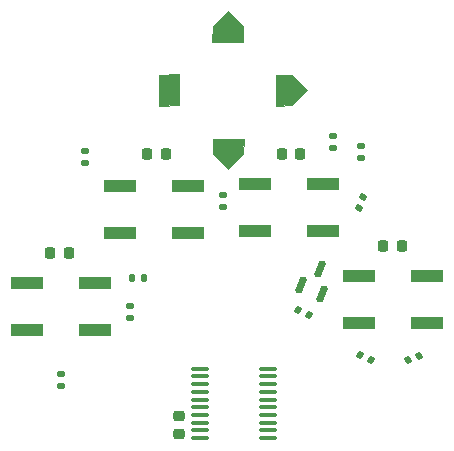
<source format=gtp>
G04 #@! TF.GenerationSoftware,KiCad,Pcbnew,9.0.2*
G04 #@! TF.CreationDate,2025-06-26T14:39:59-07:00*
G04 #@! TF.ProjectId,pawb_sao,70617762-5f73-4616-9f2e-6b696361645f,rev?*
G04 #@! TF.SameCoordinates,Original*
G04 #@! TF.FileFunction,Paste,Top*
G04 #@! TF.FilePolarity,Positive*
%FSLAX46Y46*%
G04 Gerber Fmt 4.6, Leading zero omitted, Abs format (unit mm)*
G04 Created by KiCad (PCBNEW 9.0.2) date 2025-06-26 14:39:59*
%MOMM*%
%LPD*%
G01*
G04 APERTURE LIST*
G04 Aperture macros list*
%AMRoundRect*
0 Rectangle with rounded corners*
0 $1 Rounding radius*
0 $2 $3 $4 $5 $6 $7 $8 $9 X,Y pos of 4 corners*
0 Add a 4 corners polygon primitive as box body*
4,1,4,$2,$3,$4,$5,$6,$7,$8,$9,$2,$3,0*
0 Add four circle primitives for the rounded corners*
1,1,$1+$1,$2,$3*
1,1,$1+$1,$4,$5*
1,1,$1+$1,$6,$7*
1,1,$1+$1,$8,$9*
0 Add four rect primitives between the rounded corners*
20,1,$1+$1,$2,$3,$4,$5,0*
20,1,$1+$1,$4,$5,$6,$7,0*
20,1,$1+$1,$6,$7,$8,$9,0*
20,1,$1+$1,$8,$9,$2,$3,0*%
G04 Aperture macros list end*
%ADD10C,0.010000*%
%ADD11R,2.750000X1.000000*%
%ADD12RoundRect,0.135000X0.185000X-0.135000X0.185000X0.135000X-0.185000X0.135000X-0.185000X-0.135000X0*%
%ADD13RoundRect,0.135000X-0.195520X-0.119255X0.053927X-0.222580X0.195520X0.119255X-0.053927X0.222580X0*%
%ADD14RoundRect,0.218750X-0.218750X-0.256250X0.218750X-0.256250X0.218750X0.256250X-0.218750X0.256250X0*%
%ADD15RoundRect,0.135000X-0.185000X0.135000X-0.185000X-0.135000X0.185000X-0.135000X0.185000X0.135000X0*%
%ADD16RoundRect,0.150000X-0.086245X-0.600182X0.363408X0.485377X0.086245X0.600182X-0.363408X-0.485377X0*%
%ADD17RoundRect,0.225000X0.250000X-0.225000X0.250000X0.225000X-0.250000X0.225000X-0.250000X-0.225000X0*%
%ADD18RoundRect,0.100000X-0.637500X-0.100000X0.637500X-0.100000X0.637500X0.100000X-0.637500X0.100000X0*%
%ADD19RoundRect,0.135000X0.195520X0.119255X-0.053927X0.222580X-0.195520X-0.119255X0.053927X-0.222580X0*%
%ADD20RoundRect,0.135000X0.135000X0.185000X-0.135000X0.185000X-0.135000X-0.185000X0.135000X-0.185000X0*%
%ADD21RoundRect,0.218750X0.218750X0.256250X-0.218750X0.256250X-0.218750X-0.256250X0.218750X-0.256250X0*%
%ADD22RoundRect,0.135000X0.119255X-0.195520X0.222580X0.053927X-0.119255X0.195520X-0.222580X-0.053927X0*%
%ADD23RoundRect,0.135000X-0.053927X-0.222580X0.195520X-0.119255X0.053927X0.222580X-0.195520X0.119255X0*%
G04 APERTURE END LIST*
D10*
X168093576Y-78904647D02*
X166393579Y-78975357D01*
X166393576Y-76375353D01*
X168093576Y-76304643D01*
X168093576Y-78904647D01*
G36*
X168093576Y-78904647D02*
G01*
X166393579Y-78975357D01*
X166393576Y-76375353D01*
X168093576Y-76304643D01*
X168093576Y-78904647D01*
G37*
X173500001Y-72222487D02*
X173464646Y-73533576D01*
X170864643Y-73533576D01*
X170899998Y-72222489D01*
X172200000Y-70922486D01*
X173500001Y-72222487D01*
G36*
X173500001Y-72222487D02*
G01*
X173464646Y-73533576D01*
X170864643Y-73533576D01*
X170899998Y-72222489D01*
X172200000Y-70922486D01*
X173500001Y-72222487D01*
G37*
X173500002Y-83057511D02*
X172200000Y-84357514D01*
X170899999Y-83057513D01*
X170935354Y-81746424D01*
X173535357Y-81746424D01*
X173500002Y-83057511D01*
G36*
X173500002Y-83057511D02*
G01*
X172200000Y-84357514D01*
X170899999Y-83057513D01*
X170935354Y-81746424D01*
X173535357Y-81746424D01*
X173500002Y-83057511D01*
G37*
X178917514Y-77640000D02*
X177617513Y-78940001D01*
X176306424Y-78975357D01*
X176306424Y-76375353D01*
X177617511Y-76339998D01*
X178917514Y-77640000D01*
G36*
X178917514Y-77640000D02*
G01*
X177617513Y-78940001D01*
X176306424Y-78975357D01*
X176306424Y-76375353D01*
X177617511Y-76339998D01*
X178917514Y-77640000D01*
G37*
D11*
X160950000Y-97930000D03*
X155190000Y-97930000D03*
X160950000Y-93930000D03*
X155190000Y-93930000D03*
D12*
X160100000Y-83827500D03*
X160100000Y-82807500D03*
D11*
X180240000Y-89580000D03*
X174480000Y-89580000D03*
X180240000Y-85580000D03*
X174480000Y-85580000D03*
D13*
X178098821Y-96284831D03*
X179041179Y-96675169D03*
D11*
X168780000Y-89730000D03*
X163020000Y-89730000D03*
X168780000Y-85730000D03*
X163020000Y-85730000D03*
D14*
X185355000Y-90880000D03*
X186930000Y-90880000D03*
D15*
X183450000Y-82340000D03*
X183450000Y-83360000D03*
D16*
X178404783Y-94168726D03*
X180160154Y-94895824D03*
X180000000Y-92800000D03*
D17*
X168090000Y-106795000D03*
X168090000Y-105245000D03*
D12*
X163900000Y-96910000D03*
X163900000Y-95890000D03*
D18*
X169827500Y-101235000D03*
X169827500Y-101885000D03*
X169827500Y-102535000D03*
X169827500Y-103185000D03*
X169827500Y-103835000D03*
X169827500Y-104485000D03*
X169827500Y-105135000D03*
X169827500Y-105785000D03*
X169827500Y-106435000D03*
X169827500Y-107085000D03*
X175552500Y-107085000D03*
X175552500Y-106435000D03*
X175552500Y-105785000D03*
X175552500Y-105135000D03*
X175552500Y-104485000D03*
X175552500Y-103835000D03*
X175552500Y-103185000D03*
X175552500Y-102535000D03*
X175552500Y-101885000D03*
X175552500Y-101235000D03*
D19*
X184351179Y-100455169D03*
X183408821Y-100064831D03*
D14*
X157145000Y-91440000D03*
X158720000Y-91440000D03*
D20*
X165080000Y-93510000D03*
X164060000Y-93510000D03*
D12*
X158050000Y-102667500D03*
X158050000Y-101647500D03*
D21*
X166947500Y-83020000D03*
X165372500Y-83020000D03*
D12*
X171820000Y-87517500D03*
X171820000Y-86497500D03*
D22*
X183284831Y-87641179D03*
X183675169Y-86698821D03*
D14*
X176755000Y-83030000D03*
X178330000Y-83030000D03*
D23*
X187408821Y-100525169D03*
X188351179Y-100134831D03*
D11*
X189050000Y-97380000D03*
X183290000Y-97380000D03*
X189050000Y-93380000D03*
X183290000Y-93380000D03*
D15*
X181070000Y-81532500D03*
X181070000Y-82552500D03*
M02*

</source>
